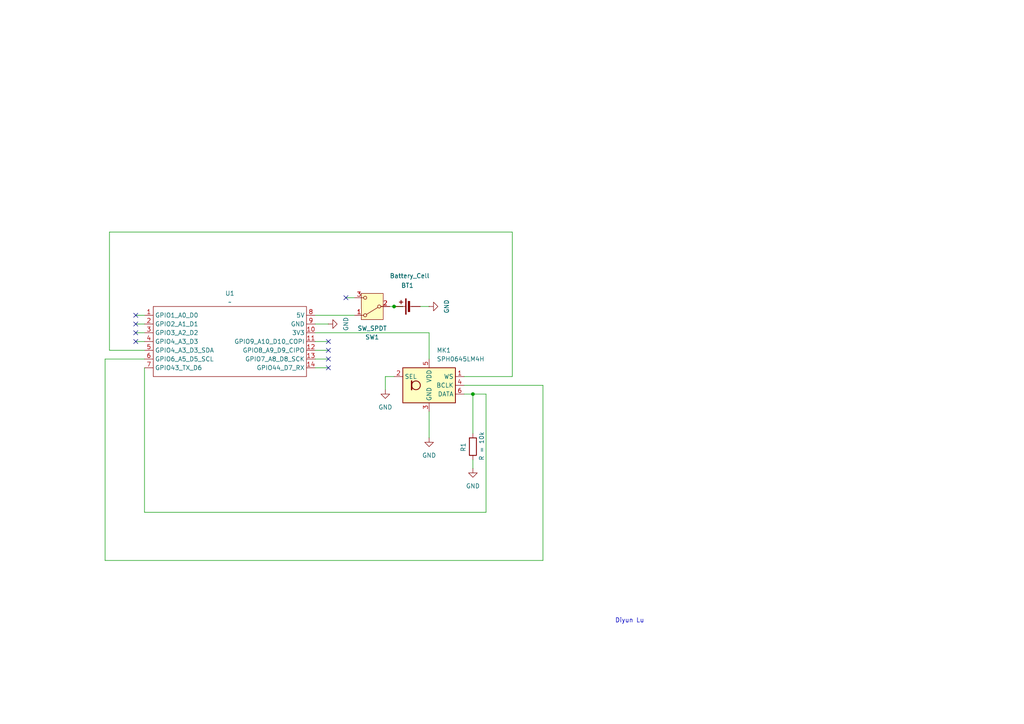
<source format=kicad_sch>
(kicad_sch (version 20231120) (generator "eeschema") (generator_version "8.0")
  (paper "A4")
  (lib_symbols
    (symbol "Device:Battery_Cell" (pin_numbers hide) (pin_names (offset 0) hide)
      (property "Reference" "BT" (at 2.54 2.54 0))
      (property "Value" "Battery_Cell" (at 2.54 0 0))
      (symbol "Battery_Cell_0_1"
        (rectangle (start -2.286 1.778) (end 2.286 1.524) (fill (type outline)))
        (rectangle (start -1.524 1.016) (end 1.524 0.508) (fill (type outline)))
        (polyline (pts (xy 0 0.762) (xy 0 0)))
        (polyline (pts (xy 0 1.778) (xy 0 2.54)))
        (polyline (pts (xy 0.762 3.048) (xy 1.778 3.048)) (stroke (width 0.254)))
        (polyline (pts (xy 1.27 3.556) (xy 1.27 2.54)) (stroke (width 0.254)))
      )
      (symbol "Battery_Cell_1_1"
        (pin passive line (at 0 5.08 270) (length 2.54) (name "+") (number "1"))
        (pin passive line (at 0 -2.54 90) (length 2.54) (name "-") (number "2"))
      )
    )
    (symbol "Device:R" (pin_numbers hide) (pin_names (offset 0))
      (property "Reference" "R" (at 2.032 0 90))
      (property "Value" "R" (at 0 0 90))
      (symbol "R_0_1"
        (rectangle (start -1.016 -2.54) (end 1.016 2.54) (stroke (width 0.254)))
      )
      (symbol "R_1_1"
        (pin passive line (at 0 3.81 270) (length 1.27) (name "~") (number "1"))
        (pin passive line (at 0 -3.81 90) (length 1.27) (name "~") (number "2"))
      )
    )
    (symbol "SeeedXiao:XIAO_ESP32_SENSE"
      (property "Reference" "U" (at 0 0 0))
      (symbol "XIAO_ESP32_SENSE_0_1"
        (polyline (pts (xy -20.32 8.89) (xy -20.32 -11.43) (xy 24.13 -11.43) (xy 24.13 8.89) (xy -20.32 8.89)))
      )
      (symbol "XIAO_ESP32_SENSE_1_1"
        (pin bidirectional line (at -22.86 6.35 0) (length 2.54) (name "GPIO1_A0_D0") (number "1"))
        (pin bidirectional line (at 26.67 1.27 180) (length 2.54) (name "3V3") (number "10"))
        (pin bidirectional line (at 26.67 -1.27 180) (length 2.54) (name "GPIO9_A10_D10_COPI") (number "11"))
        (pin bidirectional line (at 26.67 -3.81 180) (length 2.54) (name "GPIO8_A9_D9_CIPO") (number "12"))
        (pin bidirectional line (at 26.67 -6.35 180) (length 2.54) (name "GPIO7_A8_D8_SCK") (number "13"))
        (pin bidirectional line (at 26.67 -8.89 180) (length 2.54) (name "GPIO44_D7_RX") (number "14"))
        (pin bidirectional line (at -22.86 3.81 0) (length 2.54) (name "GPIO2_A1_D1") (number "2"))
        (pin bidirectional line (at -22.86 1.27 0) (length 2.54) (name "GPIO3_A2_D2") (number "3"))
        (pin bidirectional line (at -22.86 -1.27 0) (length 2.54) (name "GPIO4_A3_D3") (number "4"))
        (pin bidirectional line (at -22.86 -3.81 0) (length 2.54) (name "GPIO4_A3_D3_SDA") (number "5"))
        (pin bidirectional line (at -22.86 -6.35 0) (length 2.54) (name "GPIO6_A5_D5_SCL") (number "6"))
        (pin bidirectional line (at -22.86 -8.89 0) (length 2.54) (name "GPIO43_TX_D6") (number "7"))
        (pin bidirectional line (at 26.67 6.35 180) (length 2.54) (name "5V") (number "8"))
        (pin bidirectional line (at 26.67 3.81 180) (length 2.54) (name "GND") (number "9"))
      )
    )
    (symbol "Sensor_Audio:SPH0645LM4H"
      (property "Reference" "MK1" (at 2.1941 10.16 0))
      (property "Value" "SPH0645LM4H" (at 2.1941 7.62 0))
      (symbol "SPH0645LM4H_1_1"
        (rectangle (start -7.62 5.08) (end 7.62 -5.08) (stroke (width 0.254)) (fill (type background)))
        (circle (center -3.81 0) (radius 1.27) (stroke (width 0.254)))
        (polyline (pts (xy -5.08 1.27) (xy -5.08 -1.27)) (stroke (width 0.381)))
        (pin input line (at 10.16 2.54 180) (length 2.54) (name "WS") (number "1"))
        (pin input line (at -10.16 2.54 0) (length 2.54) (name "SEL") (number "2"))
        (pin bidirectional line (at 0 -7.62 90) (length 2.54) (name "GND") (number "3"))
        (pin input line (at 10.16 0 180) (length 2.54) (name "BCLK") (number "4"))
        (pin power_in line (at 0 7.62 270) (length 2.54) (name "VDD") (number "5"))
        (pin output line (at 10.16 -2.54 180) (length 2.54) (name "DATA") (number "6"))
      )
    )
    (symbol "Switch:SW_SPDT" (pin_names (offset 0) hide)
      (property "Reference" "SW" (at 0 5.08 0))
      (property "Value" "SW_SPDT" (at 0 -5.08 0))
      (symbol "SW_SPDT_0_1"
        (circle (center -2.032 0) (radius 0.4572))
        (polyline (pts (xy -1.651 0.254) (xy 1.651 2.286)))
        (circle (center 2.032 -2.54) (radius 0.4572))
        (circle (center 2.032 2.54) (radius 0.4572))
      )
      (symbol "SW_SPDT_1_1"
        (rectangle (start -3.175 3.81) (end 3.175 -3.81) (fill (type background)))
        (pin passive line (at 5.08 2.54 180) (length 2.54) (name "A") (number "1"))
        (pin passive line (at -5.08 0 0) (length 2.54) (name "B") (number "2"))
        (pin passive line (at 5.08 -2.54 180) (length 2.54) (name "C") (number "3"))
      )
    )
    (symbol "power:GND" (power) (pin_numbers hide) (pin_names (offset 0) hide)
      (property "Value" "GND" (at 0 -3.81 0))
      (symbol "GND_0_1"
        (polyline (pts (xy 0 0) (xy 0 -1.27) (xy 1.27 -1.27) (xy 0 -2.54) (xy -1.27 -1.27) (xy 0 -1.27)))
      )
      (symbol "GND_1_1"
        (pin power_in line (at 0 0 270) (length 0) (name "~") (number "1"))
      )
    )
  )
  (junction (at 114.3 88.9))
  (junction (at 137.16 114.3))
  (no_connect (at 39.37 96.52))
  (no_connect (at 95.25 104.14))
  (no_connect (at 39.37 91.44))
  (no_connect (at 95.25 101.6))
  (no_connect (at 95.25 99.06))
  (no_connect (at 100.33 86.36))
  (no_connect (at 39.37 93.98))
  (no_connect (at 95.25 106.68))
  (no_connect (at 39.37 99.06))
  (wire (pts (xy 91.44 106.68) (xy 95.25 106.68)))
  (wire (pts (xy 137.16 114.3) (xy 134.62 114.3)))
  (wire (pts (xy 124.46 119.38) (xy 124.46 127)))
  (wire (pts (xy 30.48 104.14) (xy 30.48 162.56)))
  (wire (pts (xy 116.84 88.9) (xy 114.3 88.9)))
  (wire (pts (xy 41.91 148.59) (xy 140.97 148.59)))
  (wire (pts (xy 91.44 101.6) (xy 95.25 101.6)))
  (wire (pts (xy 114.3 88.9) (xy 113.03 88.9)))
  (wire (pts (xy 31.75 67.31) (xy 31.75 101.6)))
  (wire (pts (xy 39.37 99.06) (xy 41.91 99.06)))
  (wire (pts (xy 140.97 114.3) (xy 137.16 114.3)))
  (wire (pts (xy 124.46 104.14) (xy 124.46 96.52)))
  (wire (pts (xy 39.37 91.44) (xy 41.91 91.44)))
  (wire (pts (xy 91.44 104.14) (xy 95.25 104.14)))
  (wire (pts (xy 148.59 67.31) (xy 148.59 109.22)))
  (wire (pts (xy 102.87 86.36) (xy 100.33 86.36)))
  (wire (pts (xy 148.59 67.31) (xy 31.75 67.31)))
  (wire (pts (xy 39.37 96.52) (xy 41.91 96.52)))
  (wire (pts (xy 30.48 104.14) (xy 41.91 104.14)))
  (wire (pts (xy 148.59 109.22) (xy 134.62 109.22)))
  (wire (pts (xy 124.46 88.9) (xy 121.92 88.9)))
  (wire (pts (xy 91.44 99.06) (xy 95.25 99.06)))
  (wire (pts (xy 30.48 162.56) (xy 157.48 162.56)))
  (wire (pts (xy 124.46 96.52) (xy 91.44 96.52)))
  (wire (pts (xy 39.37 93.98) (xy 41.91 93.98)))
  (wire (pts (xy 91.44 93.98) (xy 95.25 93.98)))
  (wire (pts (xy 102.87 91.44) (xy 91.44 91.44)))
  (wire (pts (xy 31.75 101.6) (xy 41.91 101.6)))
  (wire (pts (xy 137.16 133.35) (xy 137.16 135.89)))
  (wire (pts (xy 111.76 109.22) (xy 111.76 113.03)))
  (wire (pts (xy 157.48 162.56) (xy 157.48 111.76)))
  (wire (pts (xy 41.91 148.59) (xy 41.91 106.68)))
  (wire (pts (xy 137.16 125.73) (xy 137.16 114.3)))
  (wire (pts (xy 114.3 109.22) (xy 111.76 109.22)))
  (wire (pts (xy 140.97 114.3) (xy 140.97 148.59)))
  (wire (pts (xy 134.62 111.76) (xy 157.48 111.76)))
  (text "Diyun Lu\n" (at 182.626 180.086 0) (effects (font (size 1.27 1.27))))
  (symbol (lib_id "SeeedXiao:XIAO_ESP32_SENSE") (at 64.77 97.79 0) (unit 1)
    (property "Reference" "U1" (at 66.675 85.09 0))
    (property "Value" "~" (at 66.675 87.63 0))
    (property "Footprint" "SeeedXiao:XIAO_ESP32_SENSE" (effects (hide yes)))
  )
  (symbol (lib_id "Sensor_Audio:SPH0645LM4H") (at 124.46 111.76 0) (unit 1)
    (property "Reference" "MK1" (at 126.6541 101.6 0) (effects (justify left)))
    (property "Value" "SPH0645LM4H" (at 126.6541 104.14 0) (effects (justify left)))
    (property "Footprint" "Sensor_Audio:Knowles_SPH0645LM4H-6_3.5x2.65mm" (effects (hide yes)))
    (property "Datasheet" "https://www.knowles.com/docs/default-source/default-document-library/sph0645lm4h-1-datasheet.pdf" (effects (hide yes)))
    (property "Description" "Knowles MEMS Microphone, 24-bit I2S, 65 dBA SNR, LGA-6" (effects (hide yes)))
  )
  (symbol (lib_id "Switch:SW_SPDT") (at 107.95 88.9 180) (unit 1)
    (property "Reference" "SW1" (at 107.95 97.79 0))
    (property "Value" "SW_SPDT" (at 107.95 95.25 0))
    (property "Footprint" "Connector_PinHeader_2.54mm:PinHeader_1x03_P2.54mm_Vertical" (effects (hide yes)))
    (property "Description" "Switch, single pole double throw" (effects (hide yes)))
  )
  (symbol (lib_id "power:GND") (at 111.76 113.03 0) (unit 1)
    (property "Reference" "#PWR05" (effects (hide yes)))
    (property "Value" "GND" (at 111.76 118.11 0))
    (property "Description" "Power symbol creates a global label with name \"GND\" , ground" (effects (hide yes)))
  )
  (symbol (lib_id "Device:Battery_Cell") (at 119.38 88.9 90) (unit 1)
    (property "Reference" "BT1" (at 116.332 82.804 90) (effects (justify right)))
    (property "Value" "Battery_Cell" (at 113.03 80.01 90) (effects (justify right)))
    (property "Footprint" "Connector_JST:JST_JWPF_B02B-JWPF-SK-R_1x02_P2.00mm_Vertical" (effects (hide yes)))
    (property "Description" "Single-cell battery" (effects (hide yes)))
  )
  (symbol (lib_id "power:GND") (at 124.46 127 0) (unit 1)
    (property "Reference" "#PWR01" (effects (hide yes)))
    (property "Value" "GND" (at 124.46 132.08 0))
    (property "Description" "Power symbol creates a global label with name \"GND\" , ground" (effects (hide yes)))
  )
  (symbol (lib_id "power:GND") (at 95.25 93.98 90) (unit 1)
    (property "Reference" "#PWR02" (effects (hide yes)))
    (property "Value" "GND" (at 100.33 93.98 0))
    (property "Description" "Power symbol creates a global label with name \"GND\" , ground" (effects (hide yes)))
  )
  (symbol (lib_id "Device:R") (at 137.16 129.54 0) (unit 1)
    (property "Reference" "R1" (at 134.366 131.064 90) (effects (justify left)))
    (property "Value" "R = 10k" (at 139.7 133.604 90) (effects (justify left)))
    (property "Footprint" "Resistor_SMD:R_0603_1608Metric_Pad0.98x0.95mm_HandSolder" (effects (hide yes)))
    (property "Description" "Resistor" (effects (hide yes)))
  )
  (symbol (lib_id "power:GND") (at 137.16 135.89 0) (unit 1)
    (property "Reference" "#PWR03" (effects (hide yes)))
    (property "Value" "GND" (at 137.16 140.97 0))
    (property "Description" "Power symbol creates a global label with name \"GND\" , ground" (effects (hide yes)))
  )
  (symbol (lib_id "power:GND") (at 124.46 88.9 90) (unit 1)
    (property "Reference" "#PWR04" (effects (hide yes)))
    (property "Value" "GND" (at 129.54 88.9 0))
    (property "Description" "Power symbol creates a global label with name \"GND\" , ground" (effects (hide yes)))
  )
)
</source>
